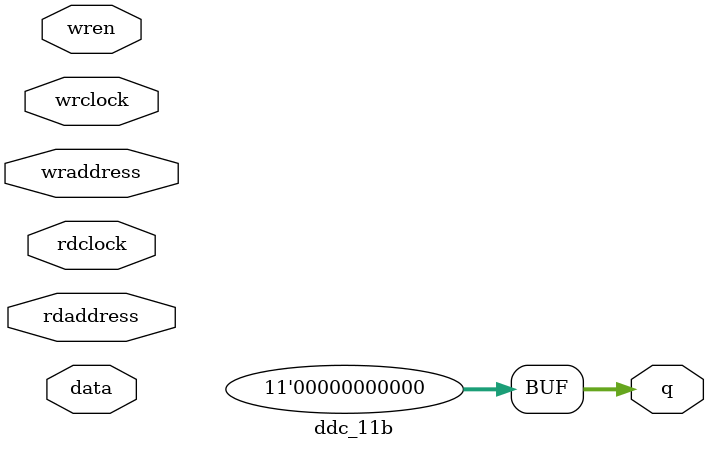
<source format=v>
module ddc_11b(	// file.cleaned.mlir:2:3
  input  [10:0] data,	// file.cleaned.mlir:2:25
  input  [3:0]  rdaddress,	// file.cleaned.mlir:2:41
  input         rdclock,	// file.cleaned.mlir:2:61
  input  [3:0]  wraddress,	// file.cleaned.mlir:2:79
  input         wrclock,	// file.cleaned.mlir:2:99
                wren,	// file.cleaned.mlir:2:117
  output [10:0] q	// file.cleaned.mlir:2:133
);

  assign q = 11'h0;	// file.cleaned.mlir:3:15, :4:5
endmodule


</source>
